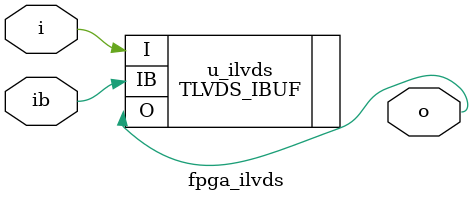
<source format=sv>

module fpga_ilvds (
   input  logic i,
   input  logic ib,
   output logic o
);

 //ELVDS_IBUF u_ilvds ( // Emulated
   TLVDS_IBUF u_ilvds ( // True
      .I   (i),
      .IB  (ib),

      .O   (o)
    );

endmodule: fpga_ilvds

/*
------------------------------------------------------------------------------
Version History:
------------------------------------------------------------------------------
 2022/10/10 JI: initial creation
*/

</source>
